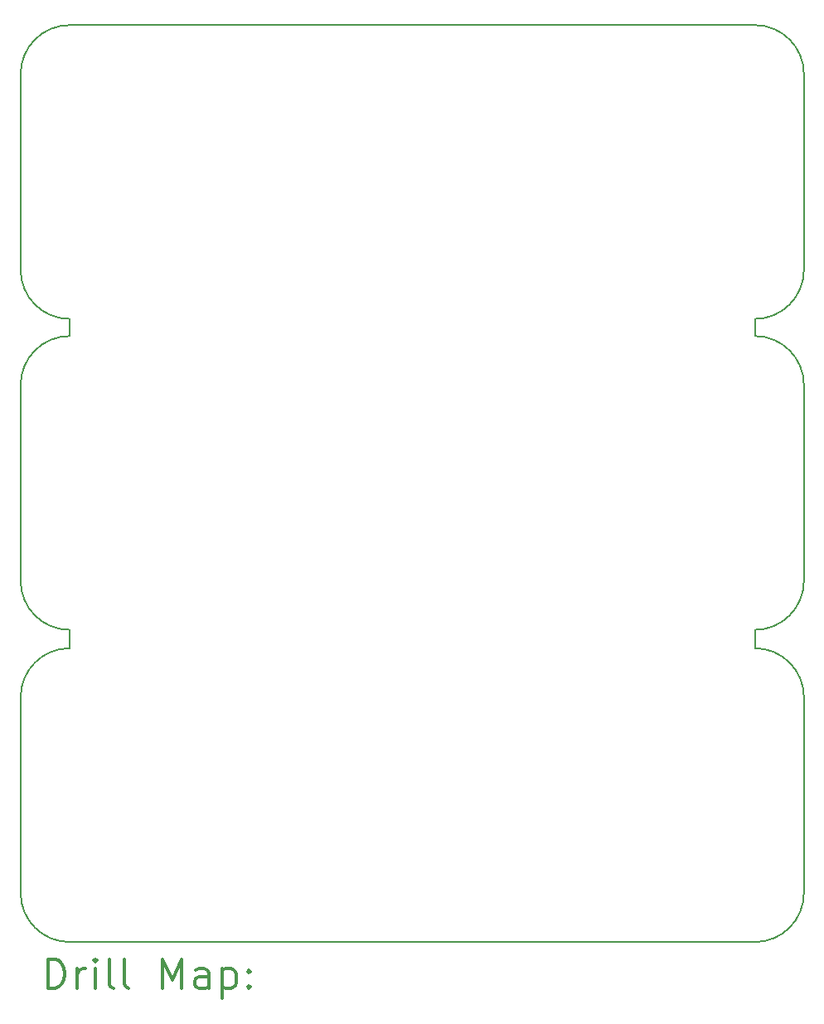
<source format=gbr>
%FSLAX45Y45*%
G04 Gerber Fmt 4.5, Leading zero omitted, Abs format (unit mm)*
G04 Created by KiCad (PCBNEW 5.0.2+dfsg1-1~bpo9+1) date mer. 31 juil. 2019 18:24:30 CEST*
%MOMM*%
%LPD*%
G01*
G04 APERTURE LIST*
%ADD10C,0.150000*%
%ADD11C,0.200000*%
%ADD12C,0.300000*%
G04 APERTURE END LIST*
D10*
X12321540Y-11765280D02*
X12321540Y-11953240D01*
X19319240Y-11765280D02*
X19319240Y-11953240D01*
X19319240Y-8590280D02*
X19319240Y-8765540D01*
X12321540Y-8765540D02*
X12321540Y-8590280D01*
D11*
X19820600Y-14453800D02*
X19820600Y-12453800D01*
X11820600Y-14453800D02*
X11820600Y-12453800D01*
D10*
X19320600Y-11953800D02*
G75*
G02X19820600Y-12453800I0J-500000D01*
G01*
X11820600Y-12453800D02*
G75*
G02X12320600Y-11953800I500000J0D01*
G01*
X19320600Y-14953800D02*
X12320600Y-14953800D01*
X19820600Y-14453800D02*
G75*
G02X19320600Y-14953800I-500000J0D01*
G01*
X12320600Y-14953800D02*
G75*
G02X11820600Y-14453800I0J500000D01*
G01*
X19820600Y-11266100D02*
G75*
G02X19320600Y-11766100I-500000J0D01*
G01*
X12320600Y-11766100D02*
G75*
G02X11820600Y-11266100I0J500000D01*
G01*
D11*
X19820600Y-11266100D02*
X19820600Y-9266100D01*
X11820600Y-11266100D02*
X11820600Y-9266100D01*
D10*
X19320600Y-8766100D02*
G75*
G02X19820600Y-9266100I0J-500000D01*
G01*
X11820600Y-9266100D02*
G75*
G02X12320600Y-8766100I500000J0D01*
G01*
X11820600Y-6091100D02*
G75*
G02X12320600Y-5591100I500000J0D01*
G01*
X19320600Y-5591100D02*
G75*
G02X19820600Y-6091100I0J-500000D01*
G01*
D11*
X12320600Y-5591100D02*
X19320600Y-5591100D01*
X11820600Y-8091100D02*
X11820600Y-6091100D01*
X19820600Y-8091100D02*
X19820600Y-6091100D01*
D10*
X12320600Y-8591100D02*
G75*
G02X11820600Y-8091100I0J500000D01*
G01*
X19820600Y-8091100D02*
G75*
G02X19320600Y-8591100I-500000J0D01*
G01*
D11*
D12*
X12097028Y-15427014D02*
X12097028Y-15127014D01*
X12168457Y-15127014D01*
X12211314Y-15141300D01*
X12239886Y-15169871D01*
X12254171Y-15198443D01*
X12268457Y-15255586D01*
X12268457Y-15298443D01*
X12254171Y-15355586D01*
X12239886Y-15384157D01*
X12211314Y-15412729D01*
X12168457Y-15427014D01*
X12097028Y-15427014D01*
X12397028Y-15427014D02*
X12397028Y-15227014D01*
X12397028Y-15284157D02*
X12411314Y-15255586D01*
X12425600Y-15241300D01*
X12454171Y-15227014D01*
X12482743Y-15227014D01*
X12582743Y-15427014D02*
X12582743Y-15227014D01*
X12582743Y-15127014D02*
X12568457Y-15141300D01*
X12582743Y-15155586D01*
X12597028Y-15141300D01*
X12582743Y-15127014D01*
X12582743Y-15155586D01*
X12768457Y-15427014D02*
X12739886Y-15412729D01*
X12725600Y-15384157D01*
X12725600Y-15127014D01*
X12925600Y-15427014D02*
X12897028Y-15412729D01*
X12882743Y-15384157D01*
X12882743Y-15127014D01*
X13268457Y-15427014D02*
X13268457Y-15127014D01*
X13368457Y-15341300D01*
X13468457Y-15127014D01*
X13468457Y-15427014D01*
X13739886Y-15427014D02*
X13739886Y-15269871D01*
X13725600Y-15241300D01*
X13697028Y-15227014D01*
X13639886Y-15227014D01*
X13611314Y-15241300D01*
X13739886Y-15412729D02*
X13711314Y-15427014D01*
X13639886Y-15427014D01*
X13611314Y-15412729D01*
X13597028Y-15384157D01*
X13597028Y-15355586D01*
X13611314Y-15327014D01*
X13639886Y-15312729D01*
X13711314Y-15312729D01*
X13739886Y-15298443D01*
X13882743Y-15227014D02*
X13882743Y-15527014D01*
X13882743Y-15241300D02*
X13911314Y-15227014D01*
X13968457Y-15227014D01*
X13997028Y-15241300D01*
X14011314Y-15255586D01*
X14025600Y-15284157D01*
X14025600Y-15369871D01*
X14011314Y-15398443D01*
X13997028Y-15412729D01*
X13968457Y-15427014D01*
X13911314Y-15427014D01*
X13882743Y-15412729D01*
X14154171Y-15398443D02*
X14168457Y-15412729D01*
X14154171Y-15427014D01*
X14139886Y-15412729D01*
X14154171Y-15398443D01*
X14154171Y-15427014D01*
X14154171Y-15241300D02*
X14168457Y-15255586D01*
X14154171Y-15269871D01*
X14139886Y-15255586D01*
X14154171Y-15241300D01*
X14154171Y-15269871D01*
M02*

</source>
